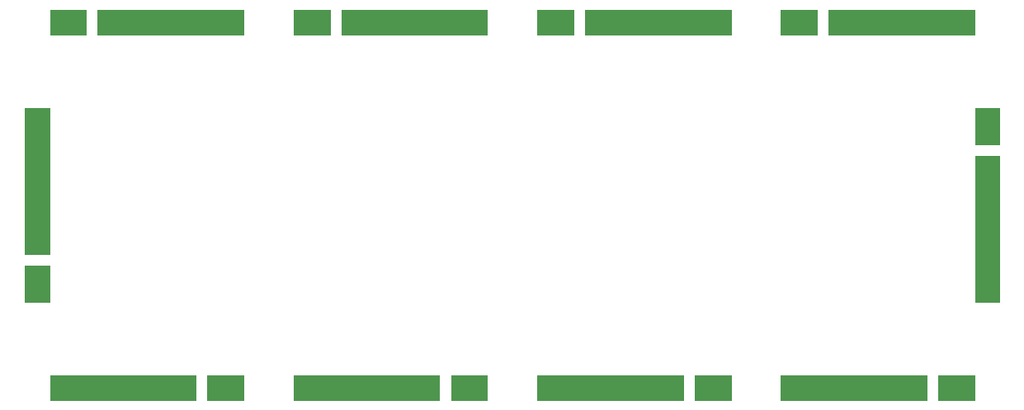
<source format=gbr>
%TF.GenerationSoftware,KiCad,Pcbnew,7.0.5*%
%TF.CreationDate,2023-09-25T02:34:09-05:00*%
%TF.ProjectId,Chimera_Carrier,4368696d-6572-4615-9f43-617272696572,rev?*%
%TF.SameCoordinates,Original*%
%TF.FileFunction,Soldermask,Bot*%
%TF.FilePolarity,Negative*%
%FSLAX46Y46*%
G04 Gerber Fmt 4.6, Leading zero omitted, Abs format (unit mm)*
G04 Created by KiCad (PCBNEW 7.0.5) date 2023-09-25 02:34:09*
%MOMM*%
%LPD*%
G01*
G04 APERTURE LIST*
%ADD10C,0.100000*%
G04 APERTURE END LIST*
%TO.C,B1*%
D10*
X62525000Y-120000000D02*
X47575000Y-120000000D01*
X47575000Y-117500000D01*
X62525000Y-117500000D01*
X62525000Y-120000000D01*
G36*
X62525000Y-120000000D02*
G01*
X47575000Y-120000000D01*
X47575000Y-117500000D01*
X62525000Y-117500000D01*
X62525000Y-120000000D01*
G37*
X67425000Y-120000000D02*
X63725000Y-120000000D01*
X63725000Y-117500000D01*
X67425000Y-117500000D01*
X67425000Y-120000000D01*
G36*
X67425000Y-120000000D02*
G01*
X63725000Y-120000000D01*
X63725000Y-117500000D01*
X67425000Y-117500000D01*
X67425000Y-120000000D01*
G37*
%TO.C,A2*%
X92425000Y-82500000D02*
X77475000Y-82500000D01*
X77475000Y-80000000D01*
X92425000Y-80000000D01*
X92425000Y-82500000D01*
G36*
X92425000Y-82500000D02*
G01*
X77475000Y-82500000D01*
X77475000Y-80000000D01*
X92425000Y-80000000D01*
X92425000Y-82500000D01*
G37*
X76275000Y-82500000D02*
X72575000Y-82500000D01*
X72575000Y-80000000D01*
X76275000Y-80000000D01*
X76275000Y-82500000D01*
G36*
X76275000Y-82500000D02*
G01*
X72575000Y-82500000D01*
X72575000Y-80000000D01*
X76275000Y-80000000D01*
X76275000Y-82500000D01*
G37*
%TO.C,IN1*%
X47500000Y-105025000D02*
X45000000Y-105025000D01*
X45000000Y-90075000D01*
X47500000Y-90075000D01*
X47500000Y-105025000D01*
G36*
X47500000Y-105025000D02*
G01*
X45000000Y-105025000D01*
X45000000Y-90075000D01*
X47500000Y-90075000D01*
X47500000Y-105025000D01*
G37*
X47500000Y-109925000D02*
X45000000Y-109925000D01*
X45000000Y-106225000D01*
X47500000Y-106225000D01*
X47500000Y-109925000D01*
G36*
X47500000Y-109925000D02*
G01*
X45000000Y-109925000D01*
X45000000Y-106225000D01*
X47500000Y-106225000D01*
X47500000Y-109925000D01*
G37*
%TO.C,OUT1*%
X145000000Y-109925000D02*
X142500000Y-109925000D01*
X142500000Y-94975000D01*
X145000000Y-94975000D01*
X145000000Y-109925000D01*
G36*
X145000000Y-109925000D02*
G01*
X142500000Y-109925000D01*
X142500000Y-94975000D01*
X145000000Y-94975000D01*
X145000000Y-109925000D01*
G37*
X145000000Y-93775000D02*
X142500000Y-93775000D01*
X142500000Y-90075000D01*
X145000000Y-90075000D01*
X145000000Y-93775000D01*
G36*
X145000000Y-93775000D02*
G01*
X142500000Y-93775000D01*
X142500000Y-90075000D01*
X145000000Y-90075000D01*
X145000000Y-93775000D01*
G37*
%TO.C,A3*%
X117425000Y-82500000D02*
X102475000Y-82500000D01*
X102475000Y-80000000D01*
X117425000Y-80000000D01*
X117425000Y-82500000D01*
G36*
X117425000Y-82500000D02*
G01*
X102475000Y-82500000D01*
X102475000Y-80000000D01*
X117425000Y-80000000D01*
X117425000Y-82500000D01*
G37*
X101275000Y-82500000D02*
X97575000Y-82500000D01*
X97575000Y-80000000D01*
X101275000Y-80000000D01*
X101275000Y-82500000D01*
G36*
X101275000Y-82500000D02*
G01*
X97575000Y-82500000D01*
X97575000Y-80000000D01*
X101275000Y-80000000D01*
X101275000Y-82500000D01*
G37*
%TO.C,B3*%
X112525000Y-120000000D02*
X97575000Y-120000000D01*
X97575000Y-117500000D01*
X112525000Y-117500000D01*
X112525000Y-120000000D01*
G36*
X112525000Y-120000000D02*
G01*
X97575000Y-120000000D01*
X97575000Y-117500000D01*
X112525000Y-117500000D01*
X112525000Y-120000000D01*
G37*
X117425000Y-120000000D02*
X113725000Y-120000000D01*
X113725000Y-117500000D01*
X117425000Y-117500000D01*
X117425000Y-120000000D01*
G36*
X117425000Y-120000000D02*
G01*
X113725000Y-120000000D01*
X113725000Y-117500000D01*
X117425000Y-117500000D01*
X117425000Y-120000000D01*
G37*
%TO.C,B2*%
X87525000Y-120000000D02*
X72575000Y-120000000D01*
X72575000Y-117500000D01*
X87525000Y-117500000D01*
X87525000Y-120000000D01*
G36*
X87525000Y-120000000D02*
G01*
X72575000Y-120000000D01*
X72575000Y-117500000D01*
X87525000Y-117500000D01*
X87525000Y-120000000D01*
G37*
X92425000Y-120000000D02*
X88725000Y-120000000D01*
X88725000Y-117500000D01*
X92425000Y-117500000D01*
X92425000Y-120000000D01*
G36*
X92425000Y-120000000D02*
G01*
X88725000Y-120000000D01*
X88725000Y-117500000D01*
X92425000Y-117500000D01*
X92425000Y-120000000D01*
G37*
%TO.C,B4*%
X137525000Y-120000000D02*
X122575000Y-120000000D01*
X122575000Y-117500000D01*
X137525000Y-117500000D01*
X137525000Y-120000000D01*
G36*
X137525000Y-120000000D02*
G01*
X122575000Y-120000000D01*
X122575000Y-117500000D01*
X137525000Y-117500000D01*
X137525000Y-120000000D01*
G37*
X142425000Y-120000000D02*
X138725000Y-120000000D01*
X138725000Y-117500000D01*
X142425000Y-117500000D01*
X142425000Y-120000000D01*
G36*
X142425000Y-120000000D02*
G01*
X138725000Y-120000000D01*
X138725000Y-117500000D01*
X142425000Y-117500000D01*
X142425000Y-120000000D01*
G37*
%TO.C,A1*%
X67425000Y-82500000D02*
X52475000Y-82500000D01*
X52475000Y-80000000D01*
X67425000Y-80000000D01*
X67425000Y-82500000D01*
G36*
X67425000Y-82500000D02*
G01*
X52475000Y-82500000D01*
X52475000Y-80000000D01*
X67425000Y-80000000D01*
X67425000Y-82500000D01*
G37*
X51275000Y-82500000D02*
X47575000Y-82500000D01*
X47575000Y-80000000D01*
X51275000Y-80000000D01*
X51275000Y-82500000D01*
G36*
X51275000Y-82500000D02*
G01*
X47575000Y-82500000D01*
X47575000Y-80000000D01*
X51275000Y-80000000D01*
X51275000Y-82500000D01*
G37*
%TO.C,A4*%
X142425000Y-82500000D02*
X127475000Y-82500000D01*
X127475000Y-80000000D01*
X142425000Y-80000000D01*
X142425000Y-82500000D01*
G36*
X142425000Y-82500000D02*
G01*
X127475000Y-82500000D01*
X127475000Y-80000000D01*
X142425000Y-80000000D01*
X142425000Y-82500000D01*
G37*
X126275000Y-82500000D02*
X122575000Y-82500000D01*
X122575000Y-80000000D01*
X126275000Y-80000000D01*
X126275000Y-82500000D01*
G36*
X126275000Y-82500000D02*
G01*
X122575000Y-82500000D01*
X122575000Y-80000000D01*
X126275000Y-80000000D01*
X126275000Y-82500000D01*
G37*
%TD*%
M02*

</source>
